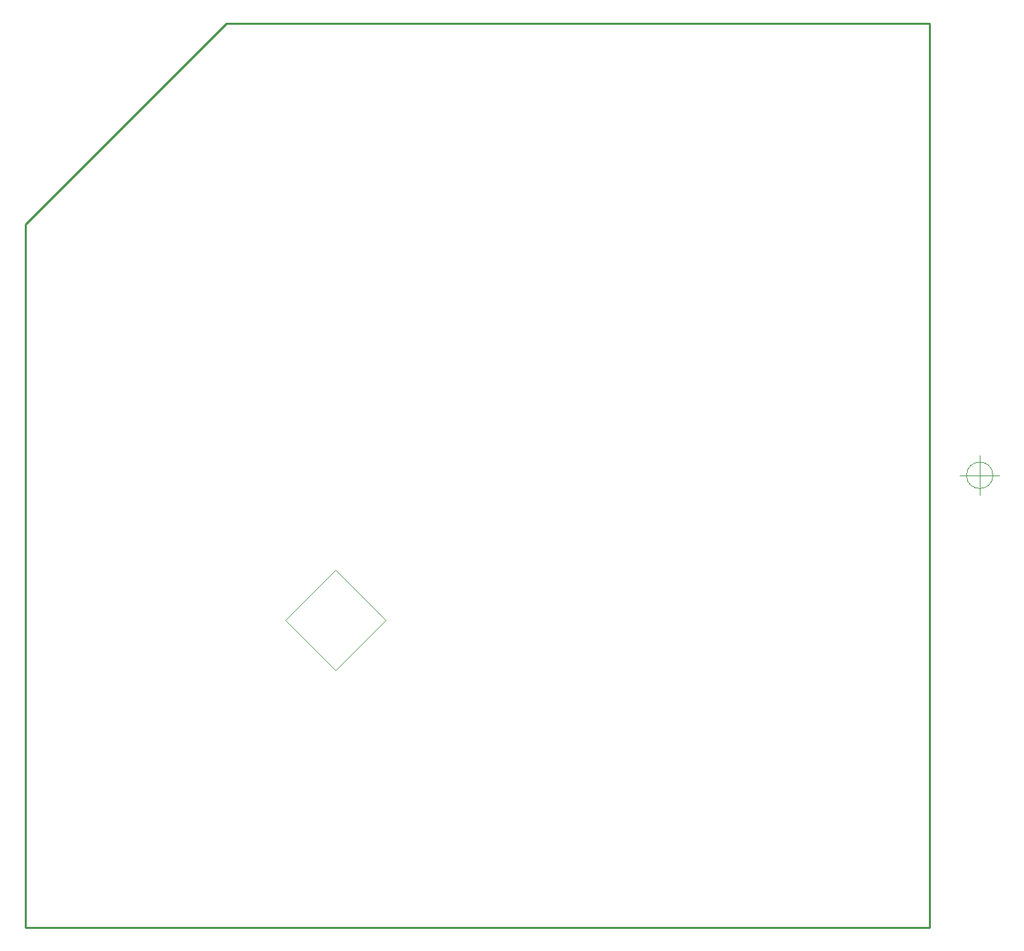
<source format=gbr>
G04 #@! TF.GenerationSoftware,KiCad,Pcbnew,6.0.4-6f826c9f35~116~ubuntu20.04.1*
G04 #@! TF.CreationDate,2022-04-28T21:29:12-04:00*
G04 #@! TF.ProjectId,LWA Active Test 2022,4c574120-4163-4746-9976-652054657374,1.1*
G04 #@! TF.SameCoordinates,Original*
G04 #@! TF.FileFunction,Profile,NP*
%FSLAX46Y46*%
G04 Gerber Fmt 4.6, Leading zero omitted, Abs format (unit mm)*
G04 Created by KiCad (PCBNEW 6.0.4-6f826c9f35~116~ubuntu20.04.1) date 2022-04-28 21:29:12*
%MOMM*%
%LPD*%
G01*
G04 APERTURE LIST*
G04 #@! TA.AperFunction,Profile*
%ADD10C,0.254000*%
G04 #@! TD*
G04 #@! TA.AperFunction,Profile*
%ADD11C,0.025400*%
G04 #@! TD*
G04 #@! TA.AperFunction,Profile*
%ADD12C,0.100000*%
G04 #@! TD*
G04 APERTURE END LIST*
D10*
X139293600Y-156895800D02*
X139293600Y-42595800D01*
X139293600Y-42595800D02*
X50393600Y-42595800D01*
X24993600Y-156895800D02*
X24993600Y-67995800D01*
D11*
X70586600Y-118033800D02*
X64236600Y-111683800D01*
X70586600Y-118033800D02*
X64236600Y-124383800D01*
X64236600Y-124383800D02*
X57886600Y-118033800D01*
D10*
X139293600Y-156895800D02*
X24993600Y-156895800D01*
D11*
X64236600Y-111683800D02*
X57886600Y-118033800D01*
D10*
X50393600Y-42595800D02*
X24993600Y-67995800D01*
D12*
X147310266Y-99745800D02*
G75*
G03*
X147310266Y-99745800I-1666666J0D01*
G01*
X143143600Y-99745800D02*
X148143600Y-99745800D01*
X145643600Y-97245800D02*
X145643600Y-102245800D01*
M02*

</source>
